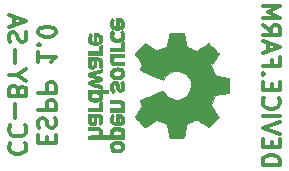
<source format=gbr>
G04 #@! TF.FileFunction,Legend,Bot*
%FSLAX46Y46*%
G04 Gerber Fmt 4.6, Leading zero omitted, Abs format (unit mm)*
G04 Created by KiCad (PCBNEW 4.0.7-e2-6376~58~ubuntu16.04.1) date Sun Mar  4 02:19:13 2018*
%MOMM*%
%LPD*%
G01*
G04 APERTURE LIST*
%ADD10C,0.100000*%
%ADD11C,0.300000*%
%ADD12C,0.010000*%
G04 APERTURE END LIST*
D10*
D11*
X139964286Y-116892856D02*
X139892857Y-116964285D01*
X139821429Y-117178571D01*
X139821429Y-117321428D01*
X139892857Y-117535713D01*
X140035714Y-117678571D01*
X140178571Y-117749999D01*
X140464286Y-117821428D01*
X140678571Y-117821428D01*
X140964286Y-117749999D01*
X141107143Y-117678571D01*
X141250000Y-117535713D01*
X141321429Y-117321428D01*
X141321429Y-117178571D01*
X141250000Y-116964285D01*
X141178571Y-116892856D01*
X139964286Y-115392856D02*
X139892857Y-115464285D01*
X139821429Y-115678571D01*
X139821429Y-115821428D01*
X139892857Y-116035713D01*
X140035714Y-116178571D01*
X140178571Y-116249999D01*
X140464286Y-116321428D01*
X140678571Y-116321428D01*
X140964286Y-116249999D01*
X141107143Y-116178571D01*
X141250000Y-116035713D01*
X141321429Y-115821428D01*
X141321429Y-115678571D01*
X141250000Y-115464285D01*
X141178571Y-115392856D01*
X140392857Y-114749999D02*
X140392857Y-113607142D01*
X140607143Y-112392856D02*
X140535714Y-112178570D01*
X140464286Y-112107142D01*
X140321429Y-112035713D01*
X140107143Y-112035713D01*
X139964286Y-112107142D01*
X139892857Y-112178570D01*
X139821429Y-112321428D01*
X139821429Y-112892856D01*
X141321429Y-112892856D01*
X141321429Y-112392856D01*
X141250000Y-112249999D01*
X141178571Y-112178570D01*
X141035714Y-112107142D01*
X140892857Y-112107142D01*
X140750000Y-112178570D01*
X140678571Y-112249999D01*
X140607143Y-112392856D01*
X140607143Y-112892856D01*
X140535714Y-111107142D02*
X139821429Y-111107142D01*
X141321429Y-111607142D02*
X140535714Y-111107142D01*
X141321429Y-110607142D01*
X140392857Y-110107142D02*
X140392857Y-108964285D01*
X139892857Y-108321428D02*
X139821429Y-108107142D01*
X139821429Y-107749999D01*
X139892857Y-107607142D01*
X139964286Y-107535713D01*
X140107143Y-107464285D01*
X140250000Y-107464285D01*
X140392857Y-107535713D01*
X140464286Y-107607142D01*
X140535714Y-107749999D01*
X140607143Y-108035713D01*
X140678571Y-108178571D01*
X140750000Y-108249999D01*
X140892857Y-108321428D01*
X141035714Y-108321428D01*
X141178571Y-108249999D01*
X141250000Y-108178571D01*
X141321429Y-108035713D01*
X141321429Y-107678571D01*
X141250000Y-107464285D01*
X140250000Y-106892857D02*
X140250000Y-106178571D01*
X139821429Y-107035714D02*
X141321429Y-106535714D01*
X139821429Y-106035714D01*
X143107143Y-116892856D02*
X143107143Y-116392856D01*
X142321429Y-116178570D02*
X142321429Y-116892856D01*
X143821429Y-116892856D01*
X143821429Y-116178570D01*
X142392857Y-115607142D02*
X142321429Y-115392856D01*
X142321429Y-115035713D01*
X142392857Y-114892856D01*
X142464286Y-114821427D01*
X142607143Y-114749999D01*
X142750000Y-114749999D01*
X142892857Y-114821427D01*
X142964286Y-114892856D01*
X143035714Y-115035713D01*
X143107143Y-115321427D01*
X143178571Y-115464285D01*
X143250000Y-115535713D01*
X143392857Y-115607142D01*
X143535714Y-115607142D01*
X143678571Y-115535713D01*
X143750000Y-115464285D01*
X143821429Y-115321427D01*
X143821429Y-114964285D01*
X143750000Y-114749999D01*
X142321429Y-114107142D02*
X143821429Y-114107142D01*
X143821429Y-113535714D01*
X143750000Y-113392856D01*
X143678571Y-113321428D01*
X143535714Y-113249999D01*
X143321429Y-113249999D01*
X143178571Y-113321428D01*
X143107143Y-113392856D01*
X143035714Y-113535714D01*
X143035714Y-114107142D01*
X142321429Y-112607142D02*
X143821429Y-112607142D01*
X143821429Y-112035714D01*
X143750000Y-111892856D01*
X143678571Y-111821428D01*
X143535714Y-111749999D01*
X143321429Y-111749999D01*
X143178571Y-111821428D01*
X143107143Y-111892856D01*
X143035714Y-112035714D01*
X143035714Y-112607142D01*
X142321429Y-109178571D02*
X142321429Y-110035714D01*
X142321429Y-109607142D02*
X143821429Y-109607142D01*
X143607143Y-109749999D01*
X143464286Y-109892857D01*
X143392857Y-110035714D01*
X142464286Y-108535714D02*
X142392857Y-108464286D01*
X142321429Y-108535714D01*
X142392857Y-108607143D01*
X142464286Y-108535714D01*
X142321429Y-108535714D01*
X143821429Y-107535714D02*
X143821429Y-107392857D01*
X143750000Y-107250000D01*
X143678571Y-107178571D01*
X143535714Y-107107142D01*
X143250000Y-107035714D01*
X142892857Y-107035714D01*
X142607143Y-107107142D01*
X142464286Y-107178571D01*
X142392857Y-107250000D01*
X142321429Y-107392857D01*
X142321429Y-107535714D01*
X142392857Y-107678571D01*
X142464286Y-107750000D01*
X142607143Y-107821428D01*
X142892857Y-107892857D01*
X143250000Y-107892857D01*
X143535714Y-107821428D01*
X143678571Y-107750000D01*
X143750000Y-107678571D01*
X143821429Y-107535714D01*
X161321429Y-118750000D02*
X162821429Y-118750000D01*
X162821429Y-118392857D01*
X162750000Y-118178572D01*
X162607143Y-118035714D01*
X162464286Y-117964286D01*
X162178571Y-117892857D01*
X161964286Y-117892857D01*
X161678571Y-117964286D01*
X161535714Y-118035714D01*
X161392857Y-118178572D01*
X161321429Y-118392857D01*
X161321429Y-118750000D01*
X162107143Y-117250000D02*
X162107143Y-116750000D01*
X161321429Y-116535714D02*
X161321429Y-117250000D01*
X162821429Y-117250000D01*
X162821429Y-116535714D01*
X162821429Y-116107143D02*
X161321429Y-115607143D01*
X162821429Y-115107143D01*
X161321429Y-114607143D02*
X162821429Y-114607143D01*
X161464286Y-113035714D02*
X161392857Y-113107143D01*
X161321429Y-113321429D01*
X161321429Y-113464286D01*
X161392857Y-113678571D01*
X161535714Y-113821429D01*
X161678571Y-113892857D01*
X161964286Y-113964286D01*
X162178571Y-113964286D01*
X162464286Y-113892857D01*
X162607143Y-113821429D01*
X162750000Y-113678571D01*
X162821429Y-113464286D01*
X162821429Y-113321429D01*
X162750000Y-113107143D01*
X162678571Y-113035714D01*
X162107143Y-112392857D02*
X162107143Y-111892857D01*
X161321429Y-111678571D02*
X161321429Y-112392857D01*
X162821429Y-112392857D01*
X162821429Y-111678571D01*
X161464286Y-111035714D02*
X161392857Y-110964286D01*
X161321429Y-111035714D01*
X161392857Y-111107143D01*
X161464286Y-111035714D01*
X161321429Y-111035714D01*
X162107143Y-109821428D02*
X162107143Y-110321428D01*
X161321429Y-110321428D02*
X162821429Y-110321428D01*
X162821429Y-109607142D01*
X161750000Y-109107143D02*
X161750000Y-108392857D01*
X161321429Y-109250000D02*
X162821429Y-108750000D01*
X161321429Y-108250000D01*
X161321429Y-106892857D02*
X162035714Y-107392857D01*
X161321429Y-107750000D02*
X162821429Y-107750000D01*
X162821429Y-107178572D01*
X162750000Y-107035714D01*
X162678571Y-106964286D01*
X162535714Y-106892857D01*
X162321429Y-106892857D01*
X162178571Y-106964286D01*
X162107143Y-107035714D01*
X162035714Y-107178572D01*
X162035714Y-107750000D01*
X161321429Y-106250000D02*
X162821429Y-106250000D01*
X161750000Y-105750000D01*
X162821429Y-105250000D01*
X161321429Y-105250000D01*
D12*
G36*
X149590440Y-115780091D02*
X149564501Y-115727588D01*
X149519300Y-115662842D01*
X149470009Y-115615653D01*
X149408115Y-115583335D01*
X149325104Y-115563203D01*
X149212462Y-115552570D01*
X149061676Y-115548753D01*
X148996851Y-115548530D01*
X148854779Y-115549182D01*
X148753243Y-115551888D01*
X148682985Y-115557776D01*
X148634744Y-115567973D01*
X148599262Y-115583606D01*
X148575057Y-115599872D01*
X148472071Y-115703705D01*
X148410126Y-115825979D01*
X148391494Y-115957886D01*
X148418451Y-116090616D01*
X148437514Y-116132667D01*
X148489985Y-116233334D01*
X147667741Y-116233334D01*
X147705733Y-116159865D01*
X147735128Y-116063059D01*
X147742658Y-115944072D01*
X147728755Y-115825255D01*
X147697524Y-115735527D01*
X147638046Y-115661101D01*
X147552934Y-115597510D01*
X147544195Y-115592729D01*
X147503034Y-115572563D01*
X147461546Y-115557835D01*
X147411287Y-115547697D01*
X147343816Y-115541301D01*
X147250691Y-115537799D01*
X147123469Y-115536342D01*
X146980299Y-115536079D01*
X146523529Y-115536079D01*
X146523529Y-115810000D01*
X147365769Y-115810000D01*
X147430237Y-115886617D01*
X147481806Y-115966207D01*
X147491182Y-116041578D01*
X147467053Y-116117367D01*
X147443426Y-116157759D01*
X147409773Y-116187821D01*
X147358913Y-116209203D01*
X147283666Y-116223550D01*
X147176854Y-116232510D01*
X147031296Y-116237730D01*
X146934412Y-116239569D01*
X146535980Y-116245785D01*
X146528453Y-116376520D01*
X146520927Y-116507255D01*
X148993418Y-116507255D01*
X148993418Y-116233334D01*
X148855577Y-116226350D01*
X148759893Y-116202818D01*
X148700359Y-116158865D01*
X148670971Y-116090618D01*
X148665098Y-116021667D01*
X148671846Y-115943614D01*
X148698406Y-115891811D01*
X148733501Y-115859417D01*
X148771248Y-115833916D01*
X148813300Y-115818735D01*
X148872221Y-115811981D01*
X148960572Y-115811759D01*
X149034552Y-115814032D01*
X149146000Y-115819251D01*
X149219167Y-115827021D01*
X149265578Y-115840105D01*
X149296756Y-115861268D01*
X149314777Y-115881240D01*
X149354075Y-115964686D01*
X149360421Y-116063449D01*
X149346884Y-116120159D01*
X149298767Y-116176308D01*
X149205167Y-116213501D01*
X149066746Y-116231528D01*
X148993418Y-116233334D01*
X148993418Y-116507255D01*
X149611372Y-116507255D01*
X149611372Y-116370295D01*
X149608121Y-116288065D01*
X149596574Y-116245640D01*
X149574048Y-116233339D01*
X149573380Y-116233334D01*
X149551319Y-116227626D01*
X149553824Y-116202453D01*
X149578065Y-116152402D01*
X149615149Y-116035781D01*
X149619047Y-115904571D01*
X149590440Y-115780091D01*
X149590440Y-115780091D01*
G37*
X149590440Y-115780091D02*
X149564501Y-115727588D01*
X149519300Y-115662842D01*
X149470009Y-115615653D01*
X149408115Y-115583335D01*
X149325104Y-115563203D01*
X149212462Y-115552570D01*
X149061676Y-115548753D01*
X148996851Y-115548530D01*
X148854779Y-115549182D01*
X148753243Y-115551888D01*
X148682985Y-115557776D01*
X148634744Y-115567973D01*
X148599262Y-115583606D01*
X148575057Y-115599872D01*
X148472071Y-115703705D01*
X148410126Y-115825979D01*
X148391494Y-115957886D01*
X148418451Y-116090616D01*
X148437514Y-116132667D01*
X148489985Y-116233334D01*
X147667741Y-116233334D01*
X147705733Y-116159865D01*
X147735128Y-116063059D01*
X147742658Y-115944072D01*
X147728755Y-115825255D01*
X147697524Y-115735527D01*
X147638046Y-115661101D01*
X147552934Y-115597510D01*
X147544195Y-115592729D01*
X147503034Y-115572563D01*
X147461546Y-115557835D01*
X147411287Y-115547697D01*
X147343816Y-115541301D01*
X147250691Y-115537799D01*
X147123469Y-115536342D01*
X146980299Y-115536079D01*
X146523529Y-115536079D01*
X146523529Y-115810000D01*
X147365769Y-115810000D01*
X147430237Y-115886617D01*
X147481806Y-115966207D01*
X147491182Y-116041578D01*
X147467053Y-116117367D01*
X147443426Y-116157759D01*
X147409773Y-116187821D01*
X147358913Y-116209203D01*
X147283666Y-116223550D01*
X147176854Y-116232510D01*
X147031296Y-116237730D01*
X146934412Y-116239569D01*
X146535980Y-116245785D01*
X146528453Y-116376520D01*
X146520927Y-116507255D01*
X148993418Y-116507255D01*
X148993418Y-116233334D01*
X148855577Y-116226350D01*
X148759893Y-116202818D01*
X148700359Y-116158865D01*
X148670971Y-116090618D01*
X148665098Y-116021667D01*
X148671846Y-115943614D01*
X148698406Y-115891811D01*
X148733501Y-115859417D01*
X148771248Y-115833916D01*
X148813300Y-115818735D01*
X148872221Y-115811981D01*
X148960572Y-115811759D01*
X149034552Y-115814032D01*
X149146000Y-115819251D01*
X149219167Y-115827021D01*
X149265578Y-115840105D01*
X149296756Y-115861268D01*
X149314777Y-115881240D01*
X149354075Y-115964686D01*
X149360421Y-116063449D01*
X149346884Y-116120159D01*
X149298767Y-116176308D01*
X149205167Y-116213501D01*
X149066746Y-116231528D01*
X148993418Y-116233334D01*
X148993418Y-116507255D01*
X149611372Y-116507255D01*
X149611372Y-116370295D01*
X149608121Y-116288065D01*
X149596574Y-116245640D01*
X149574048Y-116233339D01*
X149573380Y-116233334D01*
X149551319Y-116227626D01*
X149553824Y-116202453D01*
X149578065Y-116152402D01*
X149615149Y-116035781D01*
X149619047Y-115904571D01*
X149590440Y-115780091D01*
G36*
X147734078Y-114741280D02*
X147702820Y-114624130D01*
X147646163Y-114534949D01*
X147571955Y-114472016D01*
X147540284Y-114452452D01*
X147507109Y-114438008D01*
X147464671Y-114427911D01*
X147405212Y-114421385D01*
X147320971Y-114417658D01*
X147204190Y-114415954D01*
X147047110Y-114415500D01*
X147005435Y-114415491D01*
X146523529Y-114415491D01*
X146523529Y-114535020D01*
X146528869Y-114611261D01*
X146542396Y-114667634D01*
X146550738Y-114681758D01*
X146565136Y-114720370D01*
X146550738Y-114759808D01*
X146532763Y-114824738D01*
X146525528Y-114919055D01*
X146528667Y-115023593D01*
X146541814Y-115119189D01*
X146558682Y-115175000D01*
X146628014Y-115283002D01*
X146724228Y-115350497D01*
X146852156Y-115380841D01*
X146855441Y-115381123D01*
X146912192Y-115378460D01*
X146912192Y-115137647D01*
X146847642Y-115116595D01*
X146811314Y-115082303D01*
X146783838Y-115013468D01*
X146772871Y-114922610D01*
X146778269Y-114829958D01*
X146799890Y-114755744D01*
X146813761Y-114734951D01*
X146877857Y-114698619D01*
X146950722Y-114689412D01*
X147046470Y-114689412D01*
X147046470Y-114827173D01*
X147036395Y-114958047D01*
X147007852Y-115057259D01*
X146963361Y-115118977D01*
X146912192Y-115137647D01*
X146912192Y-115378460D01*
X146995210Y-115374564D01*
X147105718Y-115328466D01*
X147189288Y-115241800D01*
X147196890Y-115229821D01*
X147221643Y-115178345D01*
X147236632Y-115114632D01*
X147243918Y-115025565D01*
X147245593Y-114919755D01*
X147245686Y-114689412D01*
X147342245Y-114689412D01*
X147417164Y-114699183D01*
X147467356Y-114724116D01*
X147470028Y-114727035D01*
X147491985Y-114782519D01*
X147500495Y-114866273D01*
X147496313Y-114958833D01*
X147480191Y-115040730D01*
X147456010Y-115089327D01*
X147436641Y-115115659D01*
X147432943Y-115143465D01*
X147448812Y-115181839D01*
X147488145Y-115239875D01*
X147554836Y-115326669D01*
X147561084Y-115334635D01*
X147584200Y-115330553D01*
X147622648Y-115296499D01*
X147665373Y-115244740D01*
X147701321Y-115187545D01*
X147709809Y-115169575D01*
X147726748Y-115104028D01*
X147738830Y-115007980D01*
X147743677Y-114900671D01*
X147743687Y-114895653D01*
X147734078Y-114741280D01*
X147734078Y-114741280D01*
G37*
X147734078Y-114741280D02*
X147702820Y-114624130D01*
X147646163Y-114534949D01*
X147571955Y-114472016D01*
X147540284Y-114452452D01*
X147507109Y-114438008D01*
X147464671Y-114427911D01*
X147405212Y-114421385D01*
X147320971Y-114417658D01*
X147204190Y-114415954D01*
X147047110Y-114415500D01*
X147005435Y-114415491D01*
X146523529Y-114415491D01*
X146523529Y-114535020D01*
X146528869Y-114611261D01*
X146542396Y-114667634D01*
X146550738Y-114681758D01*
X146565136Y-114720370D01*
X146550738Y-114759808D01*
X146532763Y-114824738D01*
X146525528Y-114919055D01*
X146528667Y-115023593D01*
X146541814Y-115119189D01*
X146558682Y-115175000D01*
X146628014Y-115283002D01*
X146724228Y-115350497D01*
X146852156Y-115380841D01*
X146855441Y-115381123D01*
X146912192Y-115378460D01*
X146912192Y-115137647D01*
X146847642Y-115116595D01*
X146811314Y-115082303D01*
X146783838Y-115013468D01*
X146772871Y-114922610D01*
X146778269Y-114829958D01*
X146799890Y-114755744D01*
X146813761Y-114734951D01*
X146877857Y-114698619D01*
X146950722Y-114689412D01*
X147046470Y-114689412D01*
X147046470Y-114827173D01*
X147036395Y-114958047D01*
X147007852Y-115057259D01*
X146963361Y-115118977D01*
X146912192Y-115137647D01*
X146912192Y-115378460D01*
X146995210Y-115374564D01*
X147105718Y-115328466D01*
X147189288Y-115241800D01*
X147196890Y-115229821D01*
X147221643Y-115178345D01*
X147236632Y-115114632D01*
X147243918Y-115025565D01*
X147245593Y-114919755D01*
X147245686Y-114689412D01*
X147342245Y-114689412D01*
X147417164Y-114699183D01*
X147467356Y-114724116D01*
X147470028Y-114727035D01*
X147491985Y-114782519D01*
X147500495Y-114866273D01*
X147496313Y-114958833D01*
X147480191Y-115040730D01*
X147456010Y-115089327D01*
X147436641Y-115115659D01*
X147432943Y-115143465D01*
X147448812Y-115181839D01*
X147488145Y-115239875D01*
X147554836Y-115326669D01*
X147561084Y-115334635D01*
X147584200Y-115330553D01*
X147622648Y-115296499D01*
X147665373Y-115244740D01*
X147701321Y-115187545D01*
X147709809Y-115169575D01*
X147726748Y-115104028D01*
X147738830Y-115007980D01*
X147743677Y-114900671D01*
X147743687Y-114895653D01*
X147734078Y-114741280D01*
G36*
X147741079Y-113967236D02*
X147729909Y-113929970D01*
X147705367Y-113917957D01*
X147694288Y-113917451D01*
X147663428Y-113915296D01*
X147658583Y-113900449D01*
X147679740Y-113860343D01*
X147694194Y-113836520D01*
X147725150Y-113761362D01*
X147740456Y-113671594D01*
X147741633Y-113577471D01*
X147730201Y-113489246D01*
X147707680Y-113417174D01*
X147675591Y-113371508D01*
X147635455Y-113362502D01*
X147624585Y-113367047D01*
X147579466Y-113400179D01*
X147523974Y-113451555D01*
X147515004Y-113460848D01*
X147473755Y-113509818D01*
X147460428Y-113552069D01*
X147469729Y-113611159D01*
X147475910Y-113634831D01*
X147490754Y-113708496D01*
X147484079Y-113760290D01*
X147460535Y-113804031D01*
X147428939Y-113844098D01*
X147389202Y-113873608D01*
X147333748Y-113894116D01*
X147254997Y-113907176D01*
X147145371Y-113914344D01*
X146997294Y-113917176D01*
X146907889Y-113917451D01*
X146523529Y-113917451D01*
X146523529Y-114166471D01*
X147743725Y-114166471D01*
X147743725Y-114041961D01*
X147741079Y-113967236D01*
X147741079Y-113967236D01*
G37*
X147741079Y-113967236D02*
X147729909Y-113929970D01*
X147705367Y-113917957D01*
X147694288Y-113917451D01*
X147663428Y-113915296D01*
X147658583Y-113900449D01*
X147679740Y-113860343D01*
X147694194Y-113836520D01*
X147725150Y-113761362D01*
X147740456Y-113671594D01*
X147741633Y-113577471D01*
X147730201Y-113489246D01*
X147707680Y-113417174D01*
X147675591Y-113371508D01*
X147635455Y-113362502D01*
X147624585Y-113367047D01*
X147579466Y-113400179D01*
X147523974Y-113451555D01*
X147515004Y-113460848D01*
X147473755Y-113509818D01*
X147460428Y-113552069D01*
X147469729Y-113611159D01*
X147475910Y-113634831D01*
X147490754Y-113708496D01*
X147484079Y-113760290D01*
X147460535Y-113804031D01*
X147428939Y-113844098D01*
X147389202Y-113873608D01*
X147333748Y-113894116D01*
X147254997Y-113907176D01*
X147145371Y-113914344D01*
X146997294Y-113917176D01*
X146907889Y-113917451D01*
X146523529Y-113917451D01*
X146523529Y-114166471D01*
X147743725Y-114166471D01*
X147743725Y-114041961D01*
X147741079Y-113967236D01*
G36*
X146523529Y-112398432D02*
X146523529Y-112535393D01*
X146525860Y-112614889D01*
X146535512Y-112656292D01*
X146556475Y-112671199D01*
X146570649Y-112672353D01*
X146599073Y-112674867D01*
X146604525Y-112690720D01*
X146587002Y-112732379D01*
X146570649Y-112764776D01*
X146531897Y-112889151D01*
X146529654Y-113024354D01*
X146558556Y-113134274D01*
X146628381Y-113236634D01*
X146731445Y-113314660D01*
X146853011Y-113357386D01*
X146859808Y-113358474D01*
X146933968Y-113364822D01*
X147040430Y-113367979D01*
X147120948Y-113367725D01*
X147120948Y-113095711D01*
X147013930Y-113089410D01*
X146925722Y-113075075D01*
X146875910Y-113055669D01*
X146807838Y-112982254D01*
X146783436Y-112895086D01*
X146803169Y-112805196D01*
X146862032Y-112728383D01*
X146901621Y-112699292D01*
X146948862Y-112682283D01*
X147017819Y-112674316D01*
X147121393Y-112672353D01*
X147223961Y-112675866D01*
X147314079Y-112685143D01*
X147374387Y-112698294D01*
X147379792Y-112700486D01*
X147444060Y-112753522D01*
X147479344Y-112830933D01*
X147485041Y-112917546D01*
X147460547Y-112998193D01*
X147405258Y-113057703D01*
X147394257Y-113063876D01*
X147327173Y-113083199D01*
X147230716Y-113093726D01*
X147120948Y-113095711D01*
X147120948Y-113367725D01*
X147161775Y-113367596D01*
X147227082Y-113365806D01*
X147388645Y-113353627D01*
X147509947Y-113328315D01*
X147599621Y-113286207D01*
X147666301Y-113223641D01*
X147705443Y-113162900D01*
X147732960Y-113078036D01*
X147742397Y-112972485D01*
X147734710Y-112864402D01*
X147710854Y-112771942D01*
X147682315Y-112723090D01*
X147636399Y-112672353D01*
X148216863Y-112672353D01*
X148216863Y-112398432D01*
X146523529Y-112398432D01*
X146523529Y-112398432D01*
G37*
X146523529Y-112398432D02*
X146523529Y-112535393D01*
X146525860Y-112614889D01*
X146535512Y-112656292D01*
X146556475Y-112671199D01*
X146570649Y-112672353D01*
X146599073Y-112674867D01*
X146604525Y-112690720D01*
X146587002Y-112732379D01*
X146570649Y-112764776D01*
X146531897Y-112889151D01*
X146529654Y-113024354D01*
X146558556Y-113134274D01*
X146628381Y-113236634D01*
X146731445Y-113314660D01*
X146853011Y-113357386D01*
X146859808Y-113358474D01*
X146933968Y-113364822D01*
X147040430Y-113367979D01*
X147120948Y-113367725D01*
X147120948Y-113095711D01*
X147013930Y-113089410D01*
X146925722Y-113075075D01*
X146875910Y-113055669D01*
X146807838Y-112982254D01*
X146783436Y-112895086D01*
X146803169Y-112805196D01*
X146862032Y-112728383D01*
X146901621Y-112699292D01*
X146948862Y-112682283D01*
X147017819Y-112674316D01*
X147121393Y-112672353D01*
X147223961Y-112675866D01*
X147314079Y-112685143D01*
X147374387Y-112698294D01*
X147379792Y-112700486D01*
X147444060Y-112753522D01*
X147479344Y-112830933D01*
X147485041Y-112917546D01*
X147460547Y-112998193D01*
X147405258Y-113057703D01*
X147394257Y-113063876D01*
X147327173Y-113083199D01*
X147230716Y-113093726D01*
X147120948Y-113095711D01*
X147120948Y-113367725D01*
X147161775Y-113367596D01*
X147227082Y-113365806D01*
X147388645Y-113353627D01*
X147509947Y-113328315D01*
X147599621Y-113286207D01*
X147666301Y-113223641D01*
X147705443Y-113162900D01*
X147732960Y-113078036D01*
X147742397Y-112972485D01*
X147734710Y-112864402D01*
X147710854Y-112771942D01*
X147682315Y-112723090D01*
X147636399Y-112672353D01*
X148216863Y-112672353D01*
X148216863Y-112398432D01*
X146523529Y-112398432D01*
G36*
X147738668Y-111442472D02*
X147731274Y-111343986D01*
X147345294Y-111215224D01*
X146959314Y-111086463D01*
X147096274Y-111046089D01*
X147180917Y-111021793D01*
X147295303Y-110989833D01*
X147421037Y-110955321D01*
X147488480Y-110937072D01*
X147743725Y-110868429D01*
X147743725Y-110585227D01*
X147476029Y-110669878D01*
X147344362Y-110711565D01*
X147185542Y-110761926D01*
X147019872Y-110814519D01*
X146872157Y-110861470D01*
X146535980Y-110968411D01*
X146520956Y-111199339D01*
X146727684Y-111261950D01*
X146856104Y-111300562D01*
X146997678Y-111342700D01*
X147122715Y-111379528D01*
X147127691Y-111380982D01*
X147212414Y-111408489D01*
X147270222Y-111432758D01*
X147292082Y-111449757D01*
X147289554Y-111453250D01*
X147255664Y-111465510D01*
X147183070Y-111488805D01*
X147080899Y-111520300D01*
X146958280Y-111557158D01*
X146890833Y-111577101D01*
X146523529Y-111685105D01*
X146523529Y-111914321D01*
X147102500Y-112097561D01*
X147264909Y-112149037D01*
X147412398Y-112195930D01*
X147538040Y-112236023D01*
X147634905Y-112267103D01*
X147696066Y-112286955D01*
X147713935Y-112292989D01*
X147732232Y-112288212D01*
X147740245Y-112250703D01*
X147739443Y-112172645D01*
X147738837Y-112160426D01*
X147731274Y-112015674D01*
X147382647Y-111920870D01*
X147255503Y-111886023D01*
X147143735Y-111854883D01*
X147057047Y-111830191D01*
X147005144Y-111814688D01*
X146996682Y-111811824D01*
X147006413Y-111799954D01*
X147056828Y-111776017D01*
X147141065Y-111742761D01*
X147252259Y-111702936D01*
X147352703Y-111669270D01*
X147746061Y-111540959D01*
X147738668Y-111442472D01*
X147738668Y-111442472D01*
G37*
X147738668Y-111442472D02*
X147731274Y-111343986D01*
X147345294Y-111215224D01*
X146959314Y-111086463D01*
X147096274Y-111046089D01*
X147180917Y-111021793D01*
X147295303Y-110989833D01*
X147421037Y-110955321D01*
X147488480Y-110937072D01*
X147743725Y-110868429D01*
X147743725Y-110585227D01*
X147476029Y-110669878D01*
X147344362Y-110711565D01*
X147185542Y-110761926D01*
X147019872Y-110814519D01*
X146872157Y-110861470D01*
X146535980Y-110968411D01*
X146520956Y-111199339D01*
X146727684Y-111261950D01*
X146856104Y-111300562D01*
X146997678Y-111342700D01*
X147122715Y-111379528D01*
X147127691Y-111380982D01*
X147212414Y-111408489D01*
X147270222Y-111432758D01*
X147292082Y-111449757D01*
X147289554Y-111453250D01*
X147255664Y-111465510D01*
X147183070Y-111488805D01*
X147080899Y-111520300D01*
X146958280Y-111557158D01*
X146890833Y-111577101D01*
X146523529Y-111685105D01*
X146523529Y-111914321D01*
X147102500Y-112097561D01*
X147264909Y-112149037D01*
X147412398Y-112195930D01*
X147538040Y-112236023D01*
X147634905Y-112267103D01*
X147696066Y-112286955D01*
X147713935Y-112292989D01*
X147732232Y-112288212D01*
X147740245Y-112250703D01*
X147739443Y-112172645D01*
X147738837Y-112160426D01*
X147731274Y-112015674D01*
X147382647Y-111920870D01*
X147255503Y-111886023D01*
X147143735Y-111854883D01*
X147057047Y-111830191D01*
X147005144Y-111814688D01*
X146996682Y-111811824D01*
X147006413Y-111799954D01*
X147056828Y-111776017D01*
X147141065Y-111742761D01*
X147252259Y-111702936D01*
X147352703Y-111669270D01*
X147746061Y-111540959D01*
X147738668Y-111442472D01*
G36*
X147736331Y-109943541D02*
X147710837Y-109838580D01*
X147697331Y-109808239D01*
X147661954Y-109749427D01*
X147622110Y-109704291D01*
X147570880Y-109670894D01*
X147501346Y-109647299D01*
X147406591Y-109631567D01*
X147279695Y-109621761D01*
X147113742Y-109615943D01*
X147002892Y-109613734D01*
X146523529Y-109605604D01*
X146523529Y-109744469D01*
X146527062Y-109828713D01*
X146539134Y-109872116D01*
X146559406Y-109883334D01*
X146581326Y-109889256D01*
X146577135Y-109915734D01*
X146559559Y-109951814D01*
X146532618Y-110042138D01*
X146525358Y-110158223D01*
X146537233Y-110280320D01*
X146567695Y-110388679D01*
X146571923Y-110398398D01*
X146641495Y-110497432D01*
X146738211Y-110562719D01*
X146851262Y-110592760D01*
X146891878Y-110590465D01*
X146891878Y-110345367D01*
X146837218Y-110323771D01*
X146798048Y-110259741D01*
X146777026Y-110156435D01*
X146774234Y-110101226D01*
X146781380Y-110009218D01*
X146809152Y-109948059D01*
X146822353Y-109933138D01*
X146894171Y-109892713D01*
X146959314Y-109883334D01*
X147046470Y-109883334D01*
X147046470Y-110004731D01*
X147039278Y-110145847D01*
X147016655Y-110244827D01*
X146977036Y-110307367D01*
X146959372Y-110321369D01*
X146891878Y-110345367D01*
X146891878Y-110590465D01*
X146969843Y-110586059D01*
X147083145Y-110541120D01*
X147159715Y-110479804D01*
X147192819Y-110442668D01*
X147214575Y-110406313D01*
X147227839Y-110359010D01*
X147235472Y-110289027D01*
X147240330Y-110184636D01*
X147241727Y-110143230D01*
X147250220Y-109883334D01*
X147328884Y-109883715D01*
X147411572Y-109893781D01*
X147461569Y-109930171D01*
X147493511Y-110003689D01*
X147494080Y-110005661D01*
X147506639Y-110109895D01*
X147490234Y-110211892D01*
X147450343Y-110287695D01*
X147430646Y-110318110D01*
X147433371Y-110350868D01*
X147461909Y-110401279D01*
X147482050Y-110430881D01*
X147525081Y-110488782D01*
X147557338Y-110524648D01*
X147566573Y-110530403D01*
X147614364Y-110506705D01*
X147671438Y-110436687D01*
X147690695Y-110406275D01*
X147723860Y-110318845D01*
X147742650Y-110201017D01*
X147746871Y-110070134D01*
X147736331Y-109943541D01*
X147736331Y-109943541D01*
G37*
X147736331Y-109943541D02*
X147710837Y-109838580D01*
X147697331Y-109808239D01*
X147661954Y-109749427D01*
X147622110Y-109704291D01*
X147570880Y-109670894D01*
X147501346Y-109647299D01*
X147406591Y-109631567D01*
X147279695Y-109621761D01*
X147113742Y-109615943D01*
X147002892Y-109613734D01*
X146523529Y-109605604D01*
X146523529Y-109744469D01*
X146527062Y-109828713D01*
X146539134Y-109872116D01*
X146559406Y-109883334D01*
X146581326Y-109889256D01*
X146577135Y-109915734D01*
X146559559Y-109951814D01*
X146532618Y-110042138D01*
X146525358Y-110158223D01*
X146537233Y-110280320D01*
X146567695Y-110388679D01*
X146571923Y-110398398D01*
X146641495Y-110497432D01*
X146738211Y-110562719D01*
X146851262Y-110592760D01*
X146891878Y-110590465D01*
X146891878Y-110345367D01*
X146837218Y-110323771D01*
X146798048Y-110259741D01*
X146777026Y-110156435D01*
X146774234Y-110101226D01*
X146781380Y-110009218D01*
X146809152Y-109948059D01*
X146822353Y-109933138D01*
X146894171Y-109892713D01*
X146959314Y-109883334D01*
X147046470Y-109883334D01*
X147046470Y-110004731D01*
X147039278Y-110145847D01*
X147016655Y-110244827D01*
X146977036Y-110307367D01*
X146959372Y-110321369D01*
X146891878Y-110345367D01*
X146891878Y-110590465D01*
X146969843Y-110586059D01*
X147083145Y-110541120D01*
X147159715Y-110479804D01*
X147192819Y-110442668D01*
X147214575Y-110406313D01*
X147227839Y-110359010D01*
X147235472Y-110289027D01*
X147240330Y-110184636D01*
X147241727Y-110143230D01*
X147250220Y-109883334D01*
X147328884Y-109883715D01*
X147411572Y-109893781D01*
X147461569Y-109930171D01*
X147493511Y-110003689D01*
X147494080Y-110005661D01*
X147506639Y-110109895D01*
X147490234Y-110211892D01*
X147450343Y-110287695D01*
X147430646Y-110318110D01*
X147433371Y-110350868D01*
X147461909Y-110401279D01*
X147482050Y-110430881D01*
X147525081Y-110488782D01*
X147557338Y-110524648D01*
X147566573Y-110530403D01*
X147614364Y-110506705D01*
X147671438Y-110436687D01*
X147690695Y-110406275D01*
X147723860Y-110318845D01*
X147742650Y-110201017D01*
X147746871Y-110070134D01*
X147736331Y-109943541D01*
G36*
X147744117Y-108761554D02*
X147725245Y-108665823D01*
X147697301Y-108611323D01*
X147650877Y-108553992D01*
X147547889Y-108635559D01*
X147485521Y-108685850D01*
X147455093Y-108719999D01*
X147450445Y-108753937D01*
X147465414Y-108803594D01*
X147473883Y-108826904D01*
X147486378Y-108921937D01*
X147459594Y-109008968D01*
X147399085Y-109072862D01*
X147379792Y-109083241D01*
X147328686Y-109094544D01*
X147234500Y-109103268D01*
X147103911Y-109109003D01*
X146943595Y-109111340D01*
X146920789Y-109111373D01*
X146523529Y-109111373D01*
X146523529Y-109385295D01*
X147743725Y-109385295D01*
X147743725Y-109248334D01*
X147741663Y-109169362D01*
X147732487Y-109128221D01*
X147711710Y-109113008D01*
X147692114Y-109111373D01*
X147640503Y-109111373D01*
X147692114Y-109045760D01*
X147727325Y-108970525D01*
X147744735Y-108869456D01*
X147744117Y-108761554D01*
X147744117Y-108761554D01*
G37*
X147744117Y-108761554D02*
X147725245Y-108665823D01*
X147697301Y-108611323D01*
X147650877Y-108553992D01*
X147547889Y-108635559D01*
X147485521Y-108685850D01*
X147455093Y-108719999D01*
X147450445Y-108753937D01*
X147465414Y-108803594D01*
X147473883Y-108826904D01*
X147486378Y-108921937D01*
X147459594Y-109008968D01*
X147399085Y-109072862D01*
X147379792Y-109083241D01*
X147328686Y-109094544D01*
X147234500Y-109103268D01*
X147103911Y-109109003D01*
X146943595Y-109111340D01*
X146920789Y-109111373D01*
X146523529Y-109111373D01*
X146523529Y-109385295D01*
X147743725Y-109385295D01*
X147743725Y-109248334D01*
X147741663Y-109169362D01*
X147732487Y-109128221D01*
X147711710Y-109113008D01*
X147692114Y-109111373D01*
X147640503Y-109111373D01*
X147692114Y-109045760D01*
X147727325Y-108970525D01*
X147744735Y-108869456D01*
X147744117Y-108761554D01*
G36*
X147737216Y-107974693D02*
X147706269Y-107855663D01*
X147642400Y-107755979D01*
X147594687Y-107707712D01*
X147481894Y-107628592D01*
X147351050Y-107583248D01*
X147190208Y-107567670D01*
X147177206Y-107567590D01*
X147046470Y-107567451D01*
X147046470Y-108319909D01*
X146977990Y-108303870D01*
X146915969Y-108274909D01*
X146851346Y-108224222D01*
X146841029Y-108213621D01*
X146785195Y-108122506D01*
X146775725Y-108018600D01*
X146812460Y-107899000D01*
X146822353Y-107878726D01*
X146852426Y-107816544D01*
X146869560Y-107774894D01*
X146871145Y-107767627D01*
X146855758Y-107742260D01*
X146818113Y-107693880D01*
X146797541Y-107669321D01*
X146750286Y-107618430D01*
X146719083Y-107601719D01*
X146690380Y-107613317D01*
X146682532Y-107619517D01*
X146648181Y-107661507D01*
X146606435Y-107730794D01*
X146582065Y-107779118D01*
X146539127Y-107916289D01*
X146525214Y-108068153D01*
X146541700Y-108211976D01*
X146553504Y-108252255D01*
X146620311Y-108376922D01*
X146723108Y-108469329D01*
X146862895Y-108530010D01*
X147040670Y-108559502D01*
X147133627Y-108562740D01*
X147268967Y-108553286D01*
X147268967Y-108314510D01*
X147258962Y-108291416D01*
X147251112Y-108229338D01*
X147246479Y-108139086D01*
X147245686Y-108077942D01*
X147246451Y-107967960D01*
X147250030Y-107898543D01*
X147258351Y-107860462D01*
X147273343Y-107844485D01*
X147295097Y-107841373D01*
X147362108Y-107862722D01*
X147428336Y-107916471D01*
X147479168Y-107987178D01*
X147499962Y-108057911D01*
X147481516Y-108153984D01*
X147428189Y-108237151D01*
X147351323Y-108294814D01*
X147268967Y-108314510D01*
X147268967Y-108553286D01*
X147330709Y-108548972D01*
X147487729Y-108506480D01*
X147605931Y-108434365D01*
X147686560Y-108331727D01*
X147730861Y-108197668D01*
X147739393Y-108125043D01*
X147737216Y-107974693D01*
X147737216Y-107974693D01*
G37*
X147737216Y-107974693D02*
X147706269Y-107855663D01*
X147642400Y-107755979D01*
X147594687Y-107707712D01*
X147481894Y-107628592D01*
X147351050Y-107583248D01*
X147190208Y-107567670D01*
X147177206Y-107567590D01*
X147046470Y-107567451D01*
X147046470Y-108319909D01*
X146977990Y-108303870D01*
X146915969Y-108274909D01*
X146851346Y-108224222D01*
X146841029Y-108213621D01*
X146785195Y-108122506D01*
X146775725Y-108018600D01*
X146812460Y-107899000D01*
X146822353Y-107878726D01*
X146852426Y-107816544D01*
X146869560Y-107774894D01*
X146871145Y-107767627D01*
X146855758Y-107742260D01*
X146818113Y-107693880D01*
X146797541Y-107669321D01*
X146750286Y-107618430D01*
X146719083Y-107601719D01*
X146690380Y-107613317D01*
X146682532Y-107619517D01*
X146648181Y-107661507D01*
X146606435Y-107730794D01*
X146582065Y-107779118D01*
X146539127Y-107916289D01*
X146525214Y-108068153D01*
X146541700Y-108211976D01*
X146553504Y-108252255D01*
X146620311Y-108376922D01*
X146723108Y-108469329D01*
X146862895Y-108530010D01*
X147040670Y-108559502D01*
X147133627Y-108562740D01*
X147268967Y-108553286D01*
X147268967Y-108314510D01*
X147258962Y-108291416D01*
X147251112Y-108229338D01*
X147246479Y-108139086D01*
X147245686Y-108077942D01*
X147246451Y-107967960D01*
X147250030Y-107898543D01*
X147258351Y-107860462D01*
X147273343Y-107844485D01*
X147295097Y-107841373D01*
X147362108Y-107862722D01*
X147428336Y-107916471D01*
X147479168Y-107987178D01*
X147499962Y-108057911D01*
X147481516Y-108153984D01*
X147428189Y-108237151D01*
X147351323Y-108294814D01*
X147268967Y-108314510D01*
X147268967Y-108553286D01*
X147330709Y-108548972D01*
X147487729Y-108506480D01*
X147605931Y-108434365D01*
X147686560Y-108331727D01*
X147730861Y-108197668D01*
X147739393Y-108125043D01*
X147737216Y-107974693D01*
G36*
X149598432Y-117026753D02*
X149540837Y-116896478D01*
X149444666Y-116797581D01*
X149309771Y-116729918D01*
X149136004Y-116693345D01*
X149108874Y-116690724D01*
X148917592Y-116688670D01*
X148749927Y-116715301D01*
X148614033Y-116768999D01*
X148570319Y-116797753D01*
X148477802Y-116897909D01*
X148417881Y-117025463D01*
X148393015Y-117168163D01*
X148405661Y-117313760D01*
X148444609Y-117424438D01*
X148510245Y-117519616D01*
X148596301Y-117597406D01*
X148598315Y-117598751D01*
X148651430Y-117630343D01*
X148704840Y-117650873D01*
X148772246Y-117663305D01*
X148867347Y-117670603D01*
X148945334Y-117673818D01*
X149016056Y-117675156D01*
X149016056Y-117426186D01*
X148945652Y-117423753D01*
X148851932Y-117414920D01*
X148791786Y-117399336D01*
X148748994Y-117371234D01*
X148723998Y-117344914D01*
X148671662Y-117251608D01*
X148664667Y-117153980D01*
X148702324Y-117063058D01*
X148744521Y-117017598D01*
X148787044Y-116984838D01*
X148827733Y-116965677D01*
X148880686Y-116957267D01*
X148960003Y-116956763D01*
X149033050Y-116959355D01*
X149137399Y-116964929D01*
X149205080Y-116973766D01*
X149249226Y-116989693D01*
X149282969Y-117016538D01*
X149302254Y-117037811D01*
X149352914Y-117126794D01*
X149355440Y-117222789D01*
X149325433Y-117303281D01*
X149262769Y-117371947D01*
X149159832Y-117412856D01*
X149016056Y-117426186D01*
X149016056Y-117675156D01*
X149100418Y-117676754D01*
X149216400Y-117671740D01*
X149303633Y-117656717D01*
X149372470Y-117629624D01*
X149433263Y-117588400D01*
X149451314Y-117573115D01*
X149541254Y-117477546D01*
X149593789Y-117375039D01*
X149615799Y-117249679D01*
X149617598Y-117188550D01*
X149598432Y-117026753D01*
X149598432Y-117026753D01*
G37*
X149598432Y-117026753D02*
X149540837Y-116896478D01*
X149444666Y-116797581D01*
X149309771Y-116729918D01*
X149136004Y-116693345D01*
X149108874Y-116690724D01*
X148917592Y-116688670D01*
X148749927Y-116715301D01*
X148614033Y-116768999D01*
X148570319Y-116797753D01*
X148477802Y-116897909D01*
X148417881Y-117025463D01*
X148393015Y-117168163D01*
X148405661Y-117313760D01*
X148444609Y-117424438D01*
X148510245Y-117519616D01*
X148596301Y-117597406D01*
X148598315Y-117598751D01*
X148651430Y-117630343D01*
X148704840Y-117650873D01*
X148772246Y-117663305D01*
X148867347Y-117670603D01*
X148945334Y-117673818D01*
X149016056Y-117675156D01*
X149016056Y-117426186D01*
X148945652Y-117423753D01*
X148851932Y-117414920D01*
X148791786Y-117399336D01*
X148748994Y-117371234D01*
X148723998Y-117344914D01*
X148671662Y-117251608D01*
X148664667Y-117153980D01*
X148702324Y-117063058D01*
X148744521Y-117017598D01*
X148787044Y-116984838D01*
X148827733Y-116965677D01*
X148880686Y-116957267D01*
X148960003Y-116956763D01*
X149033050Y-116959355D01*
X149137399Y-116964929D01*
X149205080Y-116973766D01*
X149249226Y-116989693D01*
X149282969Y-117016538D01*
X149302254Y-117037811D01*
X149352914Y-117126794D01*
X149355440Y-117222789D01*
X149325433Y-117303281D01*
X149262769Y-117371947D01*
X149159832Y-117412856D01*
X149016056Y-117426186D01*
X149016056Y-117675156D01*
X149100418Y-117676754D01*
X149216400Y-117671740D01*
X149303633Y-117656717D01*
X149372470Y-117629624D01*
X149433263Y-117588400D01*
X149451314Y-117573115D01*
X149541254Y-117477546D01*
X149593789Y-117375039D01*
X149615799Y-117249679D01*
X149617598Y-117188550D01*
X149598432Y-117026753D01*
G36*
X149583646Y-114686796D02*
X149571963Y-114661981D01*
X149509049Y-114576094D01*
X149417231Y-114494879D01*
X149316132Y-114434236D01*
X149269651Y-114416988D01*
X149186624Y-114401251D01*
X149086287Y-114391867D01*
X149044853Y-114390728D01*
X148914118Y-114390589D01*
X148914118Y-115143047D01*
X148845637Y-115127007D01*
X148764645Y-115087637D01*
X148694649Y-115018806D01*
X148649559Y-114936919D01*
X148640196Y-114884737D01*
X148651559Y-114813971D01*
X148680057Y-114729540D01*
X148693169Y-114700858D01*
X148746142Y-114594791D01*
X148677099Y-114504272D01*
X148630403Y-114452039D01*
X148591860Y-114424247D01*
X148580548Y-114422840D01*
X148553132Y-114447668D01*
X148511468Y-114502083D01*
X148478963Y-114551472D01*
X148420532Y-114684748D01*
X148394085Y-114834161D01*
X148400961Y-114982249D01*
X148436904Y-115100295D01*
X148513899Y-115221982D01*
X148615272Y-115308460D01*
X148746430Y-115362559D01*
X148912776Y-115387109D01*
X148988892Y-115389286D01*
X149163315Y-115380573D01*
X149168389Y-115379503D01*
X149168389Y-115130173D01*
X149152032Y-115123306D01*
X149143012Y-115095083D01*
X149139146Y-115036873D01*
X149138251Y-114940042D01*
X149138235Y-114902757D01*
X149139587Y-114789317D01*
X149144495Y-114717378D01*
X149154240Y-114678687D01*
X149170101Y-114664995D01*
X149175195Y-114664510D01*
X149215674Y-114680137D01*
X149272379Y-114719247D01*
X149292234Y-114736061D01*
X149348389Y-114798481D01*
X149370468Y-114863547D01*
X149372314Y-114898603D01*
X149349234Y-114993442D01*
X149287241Y-115072973D01*
X149197198Y-115123423D01*
X149194265Y-115124317D01*
X149168389Y-115130173D01*
X149168389Y-115379503D01*
X149300657Y-115351601D01*
X149410539Y-115299410D01*
X149488539Y-115235579D01*
X149573118Y-115117567D01*
X149618314Y-114978842D01*
X149622400Y-114831290D01*
X149583646Y-114686796D01*
X149583646Y-114686796D01*
G37*
X149583646Y-114686796D02*
X149571963Y-114661981D01*
X149509049Y-114576094D01*
X149417231Y-114494879D01*
X149316132Y-114434236D01*
X149269651Y-114416988D01*
X149186624Y-114401251D01*
X149086287Y-114391867D01*
X149044853Y-114390728D01*
X148914118Y-114390589D01*
X148914118Y-115143047D01*
X148845637Y-115127007D01*
X148764645Y-115087637D01*
X148694649Y-115018806D01*
X148649559Y-114936919D01*
X148640196Y-114884737D01*
X148651559Y-114813971D01*
X148680057Y-114729540D01*
X148693169Y-114700858D01*
X148746142Y-114594791D01*
X148677099Y-114504272D01*
X148630403Y-114452039D01*
X148591860Y-114424247D01*
X148580548Y-114422840D01*
X148553132Y-114447668D01*
X148511468Y-114502083D01*
X148478963Y-114551472D01*
X148420532Y-114684748D01*
X148394085Y-114834161D01*
X148400961Y-114982249D01*
X148436904Y-115100295D01*
X148513899Y-115221982D01*
X148615272Y-115308460D01*
X148746430Y-115362559D01*
X148912776Y-115387109D01*
X148988892Y-115389286D01*
X149163315Y-115380573D01*
X149168389Y-115379503D01*
X149168389Y-115130173D01*
X149152032Y-115123306D01*
X149143012Y-115095083D01*
X149139146Y-115036873D01*
X149138251Y-114940042D01*
X149138235Y-114902757D01*
X149139587Y-114789317D01*
X149144495Y-114717378D01*
X149154240Y-114678687D01*
X149170101Y-114664995D01*
X149175195Y-114664510D01*
X149215674Y-114680137D01*
X149272379Y-114719247D01*
X149292234Y-114736061D01*
X149348389Y-114798481D01*
X149370468Y-114863547D01*
X149372314Y-114898603D01*
X149349234Y-114993442D01*
X149287241Y-115072973D01*
X149197198Y-115123423D01*
X149194265Y-115124317D01*
X149168389Y-115130173D01*
X149168389Y-115379503D01*
X149300657Y-115351601D01*
X149410539Y-115299410D01*
X149488539Y-115235579D01*
X149573118Y-115117567D01*
X149618314Y-114978842D01*
X149622400Y-114831290D01*
X149583646Y-114686796D01*
G36*
X149615655Y-111972241D02*
X149597771Y-111877941D01*
X149560367Y-111780110D01*
X149555598Y-111769657D01*
X149516588Y-111695469D01*
X149480336Y-111644090D01*
X149457113Y-111627483D01*
X149419239Y-111643298D01*
X149363356Y-111681712D01*
X149342495Y-111698763D01*
X149260382Y-111769031D01*
X149313832Y-111859621D01*
X149349439Y-111945836D01*
X149368471Y-112045451D01*
X149369674Y-112140981D01*
X149351790Y-112214939D01*
X149340627Y-112232688D01*
X149289447Y-112266488D01*
X149230491Y-112270596D01*
X149184433Y-112245304D01*
X149175501Y-112230344D01*
X149164408Y-112185514D01*
X149151370Y-112106714D01*
X149138912Y-112009574D01*
X149136958Y-111991654D01*
X149109970Y-111835635D01*
X149064127Y-111722477D01*
X148995197Y-111647431D01*
X148898946Y-111605747D01*
X148781383Y-111592762D01*
X148647746Y-111610701D01*
X148542805Y-111668950D01*
X148466370Y-111767745D01*
X148418252Y-111907318D01*
X148399268Y-112062255D01*
X148399496Y-112188602D01*
X148416738Y-112291087D01*
X148440543Y-112361079D01*
X148482022Y-112449517D01*
X148530158Y-112531246D01*
X148551345Y-112560295D01*
X148612324Y-112635000D01*
X148703492Y-112544902D01*
X148794661Y-112454804D01*
X148726872Y-112352368D01*
X148675958Y-112249626D01*
X148649327Y-112139913D01*
X148646517Y-112034449D01*
X148667065Y-111944454D01*
X148710507Y-111881146D01*
X148747162Y-111860704D01*
X148805947Y-111863771D01*
X148850901Y-111914566D01*
X148881943Y-112012952D01*
X148896290Y-112120744D01*
X148923663Y-112286635D01*
X148975307Y-112409876D01*
X149052734Y-112492114D01*
X149157456Y-112534999D01*
X149281613Y-112540940D01*
X149411298Y-112511594D01*
X149509323Y-112444691D01*
X149576134Y-112339629D01*
X149612180Y-112195810D01*
X149619246Y-112089262D01*
X149615655Y-111972241D01*
X149615655Y-111972241D01*
G37*
X149615655Y-111972241D02*
X149597771Y-111877941D01*
X149560367Y-111780110D01*
X149555598Y-111769657D01*
X149516588Y-111695469D01*
X149480336Y-111644090D01*
X149457113Y-111627483D01*
X149419239Y-111643298D01*
X149363356Y-111681712D01*
X149342495Y-111698763D01*
X149260382Y-111769031D01*
X149313832Y-111859621D01*
X149349439Y-111945836D01*
X149368471Y-112045451D01*
X149369674Y-112140981D01*
X149351790Y-112214939D01*
X149340627Y-112232688D01*
X149289447Y-112266488D01*
X149230491Y-112270596D01*
X149184433Y-112245304D01*
X149175501Y-112230344D01*
X149164408Y-112185514D01*
X149151370Y-112106714D01*
X149138912Y-112009574D01*
X149136958Y-111991654D01*
X149109970Y-111835635D01*
X149064127Y-111722477D01*
X148995197Y-111647431D01*
X148898946Y-111605747D01*
X148781383Y-111592762D01*
X148647746Y-111610701D01*
X148542805Y-111668950D01*
X148466370Y-111767745D01*
X148418252Y-111907318D01*
X148399268Y-112062255D01*
X148399496Y-112188602D01*
X148416738Y-112291087D01*
X148440543Y-112361079D01*
X148482022Y-112449517D01*
X148530158Y-112531246D01*
X148551345Y-112560295D01*
X148612324Y-112635000D01*
X148703492Y-112544902D01*
X148794661Y-112454804D01*
X148726872Y-112352368D01*
X148675958Y-112249626D01*
X148649327Y-112139913D01*
X148646517Y-112034449D01*
X148667065Y-111944454D01*
X148710507Y-111881146D01*
X148747162Y-111860704D01*
X148805947Y-111863771D01*
X148850901Y-111914566D01*
X148881943Y-112012952D01*
X148896290Y-112120744D01*
X148923663Y-112286635D01*
X148975307Y-112409876D01*
X149052734Y-112492114D01*
X149157456Y-112534999D01*
X149281613Y-112540940D01*
X149411298Y-112511594D01*
X149509323Y-112444691D01*
X149576134Y-112339629D01*
X149612180Y-112195810D01*
X149619246Y-112089262D01*
X149615655Y-111972241D01*
G36*
X149596636Y-110790453D02*
X149528041Y-110664498D01*
X149419755Y-110565953D01*
X149331685Y-110519522D01*
X149253899Y-110499588D01*
X149143007Y-110486672D01*
X149015262Y-110481137D01*
X148886916Y-110483346D01*
X148774221Y-110493663D01*
X148714031Y-110505714D01*
X148631689Y-110546366D01*
X148544230Y-110616770D01*
X148467749Y-110701618D01*
X148418345Y-110785603D01*
X148417561Y-110787651D01*
X148395973Y-110891866D01*
X148395438Y-111015373D01*
X148415092Y-111132739D01*
X148430845Y-111178058D01*
X148497034Y-111294780D01*
X148583754Y-111378376D01*
X148698562Y-111433299D01*
X148849018Y-111464005D01*
X148927827Y-111470953D01*
X149026855Y-111470067D01*
X149026855Y-111203138D01*
X148882355Y-111194146D01*
X148772240Y-111168264D01*
X148701884Y-111127132D01*
X148681765Y-111097828D01*
X148667735Y-111022749D01*
X148671889Y-110933506D01*
X148692078Y-110856350D01*
X148703185Y-110836117D01*
X148767877Y-110782735D01*
X148866881Y-110747500D01*
X148987368Y-110732502D01*
X149116506Y-110739828D01*
X149194225Y-110756201D01*
X149284229Y-110803210D01*
X149340491Y-110877418D01*
X149359943Y-110966791D01*
X149339519Y-111059293D01*
X149289563Y-111130347D01*
X149248345Y-111167688D01*
X149207719Y-111189482D01*
X149152736Y-111199870D01*
X149068451Y-111202994D01*
X149026855Y-111203138D01*
X149026855Y-111470067D01*
X149138126Y-111469070D01*
X149310577Y-111434820D01*
X149445186Y-111368198D01*
X149541960Y-111269201D01*
X149600906Y-111137825D01*
X149607741Y-111109615D01*
X149623787Y-110940074D01*
X149596636Y-110790453D01*
X149596636Y-110790453D01*
G37*
X149596636Y-110790453D02*
X149528041Y-110664498D01*
X149419755Y-110565953D01*
X149331685Y-110519522D01*
X149253899Y-110499588D01*
X149143007Y-110486672D01*
X149015262Y-110481137D01*
X148886916Y-110483346D01*
X148774221Y-110493663D01*
X148714031Y-110505714D01*
X148631689Y-110546366D01*
X148544230Y-110616770D01*
X148467749Y-110701618D01*
X148418345Y-110785603D01*
X148417561Y-110787651D01*
X148395973Y-110891866D01*
X148395438Y-111015373D01*
X148415092Y-111132739D01*
X148430845Y-111178058D01*
X148497034Y-111294780D01*
X148583754Y-111378376D01*
X148698562Y-111433299D01*
X148849018Y-111464005D01*
X148927827Y-111470953D01*
X149026855Y-111470067D01*
X149026855Y-111203138D01*
X148882355Y-111194146D01*
X148772240Y-111168264D01*
X148701884Y-111127132D01*
X148681765Y-111097828D01*
X148667735Y-111022749D01*
X148671889Y-110933506D01*
X148692078Y-110856350D01*
X148703185Y-110836117D01*
X148767877Y-110782735D01*
X148866881Y-110747500D01*
X148987368Y-110732502D01*
X149116506Y-110739828D01*
X149194225Y-110756201D01*
X149284229Y-110803210D01*
X149340491Y-110877418D01*
X149359943Y-110966791D01*
X149339519Y-111059293D01*
X149289563Y-111130347D01*
X149248345Y-111167688D01*
X149207719Y-111189482D01*
X149152736Y-111199870D01*
X149068451Y-111202994D01*
X149026855Y-111203138D01*
X149026855Y-111470067D01*
X149138126Y-111469070D01*
X149310577Y-111434820D01*
X149445186Y-111368198D01*
X149541960Y-111269201D01*
X149600906Y-111137825D01*
X149607741Y-111109615D01*
X149623787Y-110940074D01*
X149596636Y-110790453D01*
G36*
X149223755Y-110032746D02*
X149041121Y-110030392D01*
X148902400Y-110021793D01*
X148801853Y-110004640D01*
X148733746Y-109976626D01*
X148692341Y-109935443D01*
X148671903Y-109878783D01*
X148666682Y-109808628D01*
X148672532Y-109735152D01*
X148693907Y-109679343D01*
X148736542Y-109638891D01*
X148806175Y-109611491D01*
X148908540Y-109594833D01*
X149049376Y-109586611D01*
X149223755Y-109584510D01*
X149611372Y-109584510D01*
X149611372Y-109310589D01*
X148416078Y-109310589D01*
X148416078Y-109447549D01*
X148419424Y-109530116D01*
X148431174Y-109572632D01*
X148453480Y-109584510D01*
X148473346Y-109591664D01*
X148469143Y-109620135D01*
X148441029Y-109677524D01*
X148397658Y-109809055D01*
X148400730Y-109948562D01*
X148447826Y-110082235D01*
X148485029Y-110145892D01*
X148525309Y-110194447D01*
X148575709Y-110229919D01*
X148643271Y-110254326D01*
X148735035Y-110269687D01*
X148858045Y-110278018D01*
X149019341Y-110281338D01*
X149144072Y-110281765D01*
X149611372Y-110281765D01*
X149611372Y-110032746D01*
X149223755Y-110032746D01*
X149223755Y-110032746D01*
G37*
X149223755Y-110032746D02*
X149041121Y-110030392D01*
X148902400Y-110021793D01*
X148801853Y-110004640D01*
X148733746Y-109976626D01*
X148692341Y-109935443D01*
X148671903Y-109878783D01*
X148666682Y-109808628D01*
X148672532Y-109735152D01*
X148693907Y-109679343D01*
X148736542Y-109638891D01*
X148806175Y-109611491D01*
X148908540Y-109594833D01*
X149049376Y-109586611D01*
X149223755Y-109584510D01*
X149611372Y-109584510D01*
X149611372Y-109310589D01*
X148416078Y-109310589D01*
X148416078Y-109447549D01*
X148419424Y-109530116D01*
X148431174Y-109572632D01*
X148453480Y-109584510D01*
X148473346Y-109591664D01*
X148469143Y-109620135D01*
X148441029Y-109677524D01*
X148397658Y-109809055D01*
X148400730Y-109948562D01*
X148447826Y-110082235D01*
X148485029Y-110145892D01*
X148525309Y-110194447D01*
X148575709Y-110229919D01*
X148643271Y-110254326D01*
X148735035Y-110269687D01*
X148858045Y-110278018D01*
X149019341Y-110281338D01*
X149144072Y-110281765D01*
X149611372Y-110281765D01*
X149611372Y-110032746D01*
X149223755Y-110032746D01*
G36*
X149600944Y-107609024D02*
X149539652Y-107464744D01*
X149509815Y-107419301D01*
X149463964Y-107361221D01*
X149427911Y-107324762D01*
X149416168Y-107318432D01*
X149390111Y-107336307D01*
X149345895Y-107382050D01*
X149315035Y-107418672D01*
X149234480Y-107518912D01*
X149301082Y-107598065D01*
X149344079Y-107659231D01*
X149358921Y-107718871D01*
X149355296Y-107787128D01*
X149328348Y-107895518D01*
X149272413Y-107970128D01*
X149181986Y-108015470D01*
X149051565Y-108036053D01*
X149051483Y-108036058D01*
X148905710Y-108034278D01*
X148798755Y-108006613D01*
X148725936Y-107951429D01*
X148701277Y-107913808D01*
X148670569Y-107813895D01*
X148670551Y-107707178D01*
X148700345Y-107614331D01*
X148714902Y-107592353D01*
X148752086Y-107537235D01*
X148758180Y-107494141D01*
X148730504Y-107447665D01*
X148680795Y-107396284D01*
X148596884Y-107314954D01*
X148522454Y-107405251D01*
X148438451Y-107544764D01*
X148397053Y-107702088D01*
X148400050Y-107866497D01*
X148427500Y-107974469D01*
X148495380Y-108100669D01*
X148602169Y-108201599D01*
X148677549Y-108247452D01*
X148785703Y-108284590D01*
X148922682Y-108303173D01*
X149071136Y-108303316D01*
X149213719Y-108285135D01*
X149333082Y-108248745D01*
X149345320Y-108243013D01*
X149465345Y-108158135D01*
X149552733Y-108043218D01*
X149605671Y-107907341D01*
X149622346Y-107759583D01*
X149600944Y-107609024D01*
X149600944Y-107609024D01*
G37*
X149600944Y-107609024D02*
X149539652Y-107464744D01*
X149509815Y-107419301D01*
X149463964Y-107361221D01*
X149427911Y-107324762D01*
X149416168Y-107318432D01*
X149390111Y-107336307D01*
X149345895Y-107382050D01*
X149315035Y-107418672D01*
X149234480Y-107518912D01*
X149301082Y-107598065D01*
X149344079Y-107659231D01*
X149358921Y-107718871D01*
X149355296Y-107787128D01*
X149328348Y-107895518D01*
X149272413Y-107970128D01*
X149181986Y-108015470D01*
X149051565Y-108036053D01*
X149051483Y-108036058D01*
X148905710Y-108034278D01*
X148798755Y-108006613D01*
X148725936Y-107951429D01*
X148701277Y-107913808D01*
X148670569Y-107813895D01*
X148670551Y-107707178D01*
X148700345Y-107614331D01*
X148714902Y-107592353D01*
X148752086Y-107537235D01*
X148758180Y-107494141D01*
X148730504Y-107447665D01*
X148680795Y-107396284D01*
X148596884Y-107314954D01*
X148522454Y-107405251D01*
X148438451Y-107544764D01*
X148397053Y-107702088D01*
X148400050Y-107866497D01*
X148427500Y-107974469D01*
X148495380Y-108100669D01*
X148602169Y-108201599D01*
X148677549Y-108247452D01*
X148785703Y-108284590D01*
X148922682Y-108303173D01*
X149071136Y-108303316D01*
X149213719Y-108285135D01*
X149333082Y-108248745D01*
X149345320Y-108243013D01*
X149465345Y-108158135D01*
X149552733Y-108043218D01*
X149605671Y-107907341D01*
X149622346Y-107759583D01*
X149600944Y-107609024D01*
G36*
X149615645Y-106696713D02*
X149600155Y-106632949D01*
X149543431Y-106510700D01*
X149456798Y-106406166D01*
X149352926Y-106333820D01*
X149329604Y-106323881D01*
X149268516Y-106310246D01*
X149178147Y-106300702D01*
X149086810Y-106297451D01*
X148914118Y-106297451D01*
X148914118Y-106658530D01*
X148913555Y-106807454D01*
X148910136Y-106912368D01*
X148901269Y-106979063D01*
X148884359Y-107013334D01*
X148856811Y-107020972D01*
X148816032Y-107007771D01*
X148768317Y-106984123D01*
X148688686Y-106918157D01*
X148649013Y-106826488D01*
X148650305Y-106714445D01*
X148693486Y-106587528D01*
X148746776Y-106477842D01*
X148674809Y-106386827D01*
X148602843Y-106295812D01*
X148523731Y-106381437D01*
X148448983Y-106495750D01*
X148403916Y-106636334D01*
X148391304Y-106787551D01*
X148413921Y-106933764D01*
X148421595Y-106957353D01*
X148488704Y-107085859D01*
X148588753Y-107181449D01*
X148724729Y-107246139D01*
X148899620Y-107281943D01*
X148903368Y-107282360D01*
X149093968Y-107285566D01*
X149161965Y-107272607D01*
X149161965Y-107019608D01*
X149151509Y-106996373D01*
X149143500Y-106933290D01*
X149138927Y-106840294D01*
X149138235Y-106781362D01*
X149138668Y-106671463D01*
X149141422Y-106602748D01*
X149148679Y-106566595D01*
X149162624Y-106554385D01*
X149185438Y-106557496D01*
X149194265Y-106560106D01*
X149277200Y-106604656D01*
X149344040Y-106674721D01*
X149373411Y-106736554D01*
X149371638Y-106818699D01*
X149335010Y-106901938D01*
X149274366Y-106971762D01*
X149200544Y-107013663D01*
X149161965Y-107019608D01*
X149161965Y-107272607D01*
X149261605Y-107253615D01*
X149402289Y-107190227D01*
X149512026Y-107099122D01*
X149586826Y-106984022D01*
X149622696Y-106848645D01*
X149615645Y-106696713D01*
X149615645Y-106696713D01*
G37*
X149615645Y-106696713D02*
X149600155Y-106632949D01*
X149543431Y-106510700D01*
X149456798Y-106406166D01*
X149352926Y-106333820D01*
X149329604Y-106323881D01*
X149268516Y-106310246D01*
X149178147Y-106300702D01*
X149086810Y-106297451D01*
X148914118Y-106297451D01*
X148914118Y-106658530D01*
X148913555Y-106807454D01*
X148910136Y-106912368D01*
X148901269Y-106979063D01*
X148884359Y-107013334D01*
X148856811Y-107020972D01*
X148816032Y-107007771D01*
X148768317Y-106984123D01*
X148688686Y-106918157D01*
X148649013Y-106826488D01*
X148650305Y-106714445D01*
X148693486Y-106587528D01*
X148746776Y-106477842D01*
X148674809Y-106386827D01*
X148602843Y-106295812D01*
X148523731Y-106381437D01*
X148448983Y-106495750D01*
X148403916Y-106636334D01*
X148391304Y-106787551D01*
X148413921Y-106933764D01*
X148421595Y-106957353D01*
X148488704Y-107085859D01*
X148588753Y-107181449D01*
X148724729Y-107246139D01*
X148899620Y-107281943D01*
X148903368Y-107282360D01*
X149093968Y-107285566D01*
X149161965Y-107272607D01*
X149161965Y-107019608D01*
X149151509Y-106996373D01*
X149143500Y-106933290D01*
X149138927Y-106840294D01*
X149138235Y-106781362D01*
X149138668Y-106671463D01*
X149141422Y-106602748D01*
X149148679Y-106566595D01*
X149162624Y-106554385D01*
X149185438Y-106557496D01*
X149194265Y-106560106D01*
X149277200Y-106604656D01*
X149344040Y-106674721D01*
X149373411Y-106736554D01*
X149371638Y-106818699D01*
X149335010Y-106901938D01*
X149274366Y-106971762D01*
X149200544Y-107013663D01*
X149161965Y-107019608D01*
X149161965Y-107272607D01*
X149261605Y-107253615D01*
X149402289Y-107190227D01*
X149512026Y-107099122D01*
X149586826Y-106984022D01*
X149622696Y-106848645D01*
X149615645Y-106696713D01*
G36*
X149590801Y-113493240D02*
X149561198Y-113431264D01*
X149518439Y-113371241D01*
X149469225Y-113325514D01*
X149406456Y-113292207D01*
X149323029Y-113269445D01*
X149211841Y-113255353D01*
X149065791Y-113248058D01*
X148877777Y-113245682D01*
X148858088Y-113245645D01*
X148416078Y-113245098D01*
X148416078Y-113519020D01*
X148823565Y-113519020D01*
X148974529Y-113519215D01*
X149083944Y-113520564D01*
X149160067Y-113524212D01*
X149211152Y-113531304D01*
X149245455Y-113542987D01*
X149271232Y-113560406D01*
X149296702Y-113584671D01*
X149351429Y-113669565D01*
X149361584Y-113762239D01*
X149326983Y-113850527D01*
X149301230Y-113881230D01*
X149277018Y-113903771D01*
X149251088Y-113919954D01*
X149215292Y-113930832D01*
X149161481Y-113937458D01*
X149081507Y-113940885D01*
X148967221Y-113942166D01*
X148828093Y-113942353D01*
X148416078Y-113942353D01*
X148416078Y-114216275D01*
X149611372Y-114216275D01*
X149611372Y-114079314D01*
X149608121Y-113997084D01*
X149596574Y-113954660D01*
X149574048Y-113942359D01*
X149573380Y-113942353D01*
X149551319Y-113936646D01*
X149553823Y-113911473D01*
X149578063Y-113861422D01*
X149613729Y-113747906D01*
X149617695Y-113618055D01*
X149590801Y-113493240D01*
X149590801Y-113493240D01*
G37*
X149590801Y-113493240D02*
X149561198Y-113431264D01*
X149518439Y-113371241D01*
X149469225Y-113325514D01*
X149406456Y-113292207D01*
X149323029Y-113269445D01*
X149211841Y-113255353D01*
X149065791Y-113248058D01*
X148877777Y-113245682D01*
X148858088Y-113245645D01*
X148416078Y-113245098D01*
X148416078Y-113519020D01*
X148823565Y-113519020D01*
X148974529Y-113519215D01*
X149083944Y-113520564D01*
X149160067Y-113524212D01*
X149211152Y-113531304D01*
X149245455Y-113542987D01*
X149271232Y-113560406D01*
X149296702Y-113584671D01*
X149351429Y-113669565D01*
X149361584Y-113762239D01*
X149326983Y-113850527D01*
X149301230Y-113881230D01*
X149277018Y-113903771D01*
X149251088Y-113919954D01*
X149215292Y-113930832D01*
X149161481Y-113937458D01*
X149081507Y-113940885D01*
X148967221Y-113942166D01*
X148828093Y-113942353D01*
X148416078Y-113942353D01*
X148416078Y-114216275D01*
X149611372Y-114216275D01*
X149611372Y-114079314D01*
X149608121Y-113997084D01*
X149596574Y-113954660D01*
X149574048Y-113942359D01*
X149573380Y-113942353D01*
X149551319Y-113936646D01*
X149553823Y-113911473D01*
X149578063Y-113861422D01*
X149613729Y-113747906D01*
X149617695Y-113618055D01*
X149590801Y-113493240D01*
G36*
X149612528Y-108436363D02*
X149586359Y-108350710D01*
X149553293Y-108295563D01*
X149527145Y-108277599D01*
X149496148Y-108282543D01*
X149447453Y-108314628D01*
X149412965Y-108341757D01*
X149350617Y-108397683D01*
X149324385Y-108439701D01*
X149326097Y-108475520D01*
X149353137Y-108581776D01*
X149351909Y-108659811D01*
X149321265Y-108723180D01*
X149303330Y-108744454D01*
X149240221Y-108812549D01*
X148416078Y-108812549D01*
X148416078Y-109086471D01*
X149611372Y-109086471D01*
X149611372Y-108949510D01*
X149608121Y-108867281D01*
X149596574Y-108824856D01*
X149574048Y-108812555D01*
X149573380Y-108812549D01*
X149549785Y-108806740D01*
X149552862Y-108780469D01*
X149569885Y-108744069D01*
X149601561Y-108668889D01*
X149620619Y-108607842D01*
X149625504Y-108529292D01*
X149612528Y-108436363D01*
X149612528Y-108436363D01*
G37*
X149612528Y-108436363D02*
X149586359Y-108350710D01*
X149553293Y-108295563D01*
X149527145Y-108277599D01*
X149496148Y-108282543D01*
X149447453Y-108314628D01*
X149412965Y-108341757D01*
X149350617Y-108397683D01*
X149324385Y-108439701D01*
X149326097Y-108475520D01*
X149353137Y-108581776D01*
X149351909Y-108659811D01*
X149321265Y-108723180D01*
X149303330Y-108744454D01*
X149240221Y-108812549D01*
X148416078Y-108812549D01*
X148416078Y-109086471D01*
X149611372Y-109086471D01*
X149611372Y-108949510D01*
X149608121Y-108867281D01*
X149596574Y-108824856D01*
X149574048Y-108812555D01*
X149573380Y-108812549D01*
X149549785Y-108806740D01*
X149552862Y-108780469D01*
X149569885Y-108744069D01*
X149601561Y-108668889D01*
X149620619Y-108607842D01*
X149625504Y-108529292D01*
X149612528Y-108436363D01*
G36*
X157866828Y-111253465D02*
X157269637Y-111140883D01*
X157098390Y-110725469D01*
X156927143Y-110310056D01*
X157266022Y-109811698D01*
X157360378Y-109672132D01*
X157444625Y-109545972D01*
X157514917Y-109439105D01*
X157567408Y-109357418D01*
X157598251Y-109306799D01*
X157604902Y-109293014D01*
X157587797Y-109268180D01*
X157540511Y-109215112D01*
X157469083Y-109139760D01*
X157379555Y-109048071D01*
X157277966Y-108945993D01*
X157170357Y-108839474D01*
X157062768Y-108734464D01*
X156961240Y-108636909D01*
X156871814Y-108552758D01*
X156800529Y-108487960D01*
X156753427Y-108448462D01*
X156737663Y-108439020D01*
X156708602Y-108452609D01*
X156644934Y-108490707D01*
X156552888Y-108549306D01*
X156438691Y-108624403D01*
X156308571Y-108711991D01*
X156234354Y-108762746D01*
X156098833Y-108855255D01*
X155976539Y-108937460D01*
X155873560Y-109005370D01*
X155795982Y-109055000D01*
X155749894Y-109082360D01*
X155740208Y-109086471D01*
X155712681Y-109077151D01*
X155648527Y-109051746D01*
X155556765Y-109014089D01*
X155446416Y-108968014D01*
X155326500Y-108917354D01*
X155206036Y-108865941D01*
X155094046Y-108817611D01*
X154999548Y-108776194D01*
X154931563Y-108745526D01*
X154899112Y-108729438D01*
X154897835Y-108728489D01*
X154891638Y-108703228D01*
X154877815Y-108635954D01*
X154857723Y-108533640D01*
X154832721Y-108403259D01*
X154804169Y-108251784D01*
X154787704Y-108163406D01*
X154756886Y-108001548D01*
X154727561Y-107855351D01*
X154701334Y-107732213D01*
X154679809Y-107639531D01*
X154664590Y-107584699D01*
X154659762Y-107573677D01*
X154627081Y-107562881D01*
X154553270Y-107554171D01*
X154446963Y-107547540D01*
X154316788Y-107542982D01*
X154171379Y-107540491D01*
X154019365Y-107540062D01*
X153869378Y-107541689D01*
X153730049Y-107545365D01*
X153610010Y-107551085D01*
X153517890Y-107558842D01*
X153462323Y-107568632D01*
X153450755Y-107574504D01*
X153436890Y-107609601D01*
X153417067Y-107683972D01*
X153393616Y-107787777D01*
X153368864Y-107911181D01*
X153360857Y-107954259D01*
X153322814Y-108161953D01*
X153292176Y-108326016D01*
X153267726Y-108451870D01*
X153248246Y-108544935D01*
X153232519Y-108610633D01*
X153219327Y-108654383D01*
X153207451Y-108681608D01*
X153195675Y-108697728D01*
X153193347Y-108699983D01*
X153155855Y-108722497D01*
X153082890Y-108756842D01*
X152983388Y-108799589D01*
X152866282Y-108847308D01*
X152740507Y-108896570D01*
X152614998Y-108943945D01*
X152498690Y-108986005D01*
X152400516Y-109019320D01*
X152329412Y-109040459D01*
X152294313Y-109045995D01*
X152293083Y-109045534D01*
X152264394Y-109026777D01*
X152201270Y-108984224D01*
X152110282Y-108922347D01*
X151998000Y-108845618D01*
X151870995Y-108758509D01*
X151834902Y-108733701D01*
X151704052Y-108645247D01*
X151584664Y-108567412D01*
X151483593Y-108504434D01*
X151407696Y-108460555D01*
X151363828Y-108440015D01*
X151358438Y-108439020D01*
X151330111Y-108456278D01*
X151273994Y-108503964D01*
X151196118Y-108575950D01*
X151102515Y-108666103D01*
X150999214Y-108768295D01*
X150892249Y-108876394D01*
X150787649Y-108984272D01*
X150691446Y-109085796D01*
X150609671Y-109174838D01*
X150548355Y-109245267D01*
X150513529Y-109290953D01*
X150507843Y-109303591D01*
X150521235Y-109333009D01*
X150557356Y-109393239D01*
X150610119Y-109474470D01*
X150652588Y-109536970D01*
X150730515Y-109650215D01*
X150822271Y-109784326D01*
X150913880Y-109918845D01*
X150962909Y-109991167D01*
X151128485Y-110235962D01*
X151017380Y-110441449D01*
X150968707Y-110535064D01*
X150930874Y-110614670D01*
X150909297Y-110668533D01*
X150906294Y-110682243D01*
X150928462Y-110698730D01*
X150991106Y-110731255D01*
X151088446Y-110777391D01*
X151214706Y-110834710D01*
X151364105Y-110900784D01*
X151530867Y-110973185D01*
X151709213Y-111049484D01*
X151893364Y-111127254D01*
X152077543Y-111204066D01*
X152255970Y-111277494D01*
X152422868Y-111345108D01*
X152572458Y-111404480D01*
X152698962Y-111453184D01*
X152796601Y-111488790D01*
X152859598Y-111508870D01*
X152881234Y-111512100D01*
X152908831Y-111486504D01*
X152953630Y-111430461D01*
X153006321Y-111355689D01*
X153010490Y-111349413D01*
X153165186Y-111156155D01*
X153345664Y-111000326D01*
X153546153Y-110883276D01*
X153760881Y-110806355D01*
X153984078Y-110770914D01*
X154209974Y-110778303D01*
X154432796Y-110829873D01*
X154646776Y-110926974D01*
X154693591Y-110955542D01*
X154882637Y-111104132D01*
X155034443Y-111279673D01*
X155148221Y-111476090D01*
X155223180Y-111687307D01*
X155258533Y-111907247D01*
X155253488Y-112129837D01*
X155207256Y-112348999D01*
X155119049Y-112558658D01*
X154988076Y-112752739D01*
X154934918Y-112812774D01*
X154768516Y-112965565D01*
X154593343Y-113076903D01*
X154396989Y-113153277D01*
X154202538Y-113195813D01*
X153983913Y-113206314D01*
X153764203Y-113171299D01*
X153550835Y-113094327D01*
X153351233Y-112978953D01*
X153172826Y-112828734D01*
X153023038Y-112647227D01*
X153007249Y-112623373D01*
X152955543Y-112547799D01*
X152910743Y-112490349D01*
X152882138Y-112462883D01*
X152881234Y-112462483D01*
X152850291Y-112468380D01*
X152780064Y-112491755D01*
X152676330Y-112530179D01*
X152544865Y-112581223D01*
X152391448Y-112642458D01*
X152221854Y-112711456D01*
X152041862Y-112785786D01*
X151857247Y-112863022D01*
X151673787Y-112940732D01*
X151497259Y-113016489D01*
X151333441Y-113087863D01*
X151188108Y-113152426D01*
X151067038Y-113207748D01*
X150976008Y-113251400D01*
X150920795Y-113280954D01*
X150906294Y-113292856D01*
X150917586Y-113329223D01*
X150947870Y-113397270D01*
X150991735Y-113485263D01*
X151017380Y-113533649D01*
X151128485Y-113739137D01*
X150962909Y-113983932D01*
X150878085Y-114108894D01*
X150784739Y-114245705D01*
X150696847Y-114373911D01*
X150652588Y-114438129D01*
X150591937Y-114528449D01*
X150543874Y-114604929D01*
X150514485Y-114657593D01*
X150508273Y-114674698D01*
X150525032Y-114699595D01*
X150571819Y-114754695D01*
X150643775Y-114834657D01*
X150736043Y-114934139D01*
X150843765Y-115047800D01*
X150912929Y-115119685D01*
X151036498Y-115245449D01*
X151147021Y-115354137D01*
X151239770Y-115441355D01*
X151310018Y-115502711D01*
X151353035Y-115533809D01*
X151361765Y-115536792D01*
X151394971Y-115522947D01*
X151462113Y-115484688D01*
X151556392Y-115426258D01*
X151671010Y-115351903D01*
X151799172Y-115265865D01*
X151834902Y-115241397D01*
X151964766Y-115152245D01*
X152081686Y-115072262D01*
X152179093Y-115005920D01*
X152250416Y-114957689D01*
X152289085Y-114932043D01*
X152293083Y-114929565D01*
X152323900Y-114933271D01*
X152391656Y-114952939D01*
X152487416Y-114985140D01*
X152602246Y-115026445D01*
X152727211Y-115073425D01*
X152853376Y-115122651D01*
X152971807Y-115170692D01*
X153073570Y-115214119D01*
X153149729Y-115249504D01*
X153191351Y-115273416D01*
X153193347Y-115275116D01*
X153205242Y-115289738D01*
X153217005Y-115314435D01*
X153229854Y-115354628D01*
X153245006Y-115415737D01*
X153263679Y-115503183D01*
X153287090Y-115622388D01*
X153316458Y-115778773D01*
X153353000Y-115977757D01*
X153360857Y-116020840D01*
X153385528Y-116148529D01*
X153409662Y-116259847D01*
X153430931Y-116344955D01*
X153447007Y-116394017D01*
X153450755Y-116400595D01*
X153483982Y-116411436D01*
X153558234Y-116420247D01*
X153664879Y-116427024D01*
X153795288Y-116431760D01*
X153940828Y-116434450D01*
X154092869Y-116435087D01*
X154242779Y-116433666D01*
X154381927Y-116430180D01*
X154501683Y-116424624D01*
X154593414Y-116416992D01*
X154648489Y-116407278D01*
X154659762Y-116401422D01*
X154671132Y-116368820D01*
X154689631Y-116294582D01*
X154713653Y-116186104D01*
X154741593Y-116050783D01*
X154771847Y-115896015D01*
X154787704Y-115811692D01*
X154817611Y-115651704D01*
X154844705Y-115509033D01*
X154867624Y-115390652D01*
X154885012Y-115303535D01*
X154895508Y-115254655D01*
X154897835Y-115246610D01*
X154924069Y-115233013D01*
X154987260Y-115204271D01*
X155078378Y-115164215D01*
X155188398Y-115116676D01*
X155308290Y-115065485D01*
X155429028Y-115014474D01*
X155541584Y-114967474D01*
X155636929Y-114928316D01*
X155706038Y-114900831D01*
X155739881Y-114888851D01*
X155741360Y-114888628D01*
X155768058Y-114902209D01*
X155829495Y-114940285D01*
X155919566Y-114998853D01*
X156032165Y-115073912D01*
X156161185Y-115161460D01*
X156235294Y-115212353D01*
X156371178Y-115305091D01*
X156494546Y-115387459D01*
X156599158Y-115455439D01*
X156678772Y-115505012D01*
X156727148Y-115532158D01*
X156737993Y-115536079D01*
X156763235Y-115519225D01*
X156817131Y-115472632D01*
X156893642Y-115402251D01*
X156986732Y-115314035D01*
X157090360Y-115213935D01*
X157198491Y-115107902D01*
X157305085Y-115001889D01*
X157404105Y-114901848D01*
X157489513Y-114813730D01*
X157555270Y-114743487D01*
X157595339Y-114697072D01*
X157604902Y-114681544D01*
X157591455Y-114656261D01*
X157553680Y-114595789D01*
X157495420Y-114506008D01*
X157420521Y-114392797D01*
X157332830Y-114262036D01*
X157266022Y-114163400D01*
X156927143Y-113665043D01*
X157098390Y-113249629D01*
X157269637Y-112834216D01*
X157866828Y-112721634D01*
X158464020Y-112609051D01*
X158464020Y-111366048D01*
X157866828Y-111253465D01*
X157866828Y-111253465D01*
G37*
X157866828Y-111253465D02*
X157269637Y-111140883D01*
X157098390Y-110725469D01*
X156927143Y-110310056D01*
X157266022Y-109811698D01*
X157360378Y-109672132D01*
X157444625Y-109545972D01*
X157514917Y-109439105D01*
X157567408Y-109357418D01*
X157598251Y-109306799D01*
X157604902Y-109293014D01*
X157587797Y-109268180D01*
X157540511Y-109215112D01*
X157469083Y-109139760D01*
X157379555Y-109048071D01*
X157277966Y-108945993D01*
X157170357Y-108839474D01*
X157062768Y-108734464D01*
X156961240Y-108636909D01*
X156871814Y-108552758D01*
X156800529Y-108487960D01*
X156753427Y-108448462D01*
X156737663Y-108439020D01*
X156708602Y-108452609D01*
X156644934Y-108490707D01*
X156552888Y-108549306D01*
X156438691Y-108624403D01*
X156308571Y-108711991D01*
X156234354Y-108762746D01*
X156098833Y-108855255D01*
X155976539Y-108937460D01*
X155873560Y-109005370D01*
X155795982Y-109055000D01*
X155749894Y-109082360D01*
X155740208Y-109086471D01*
X155712681Y-109077151D01*
X155648527Y-109051746D01*
X155556765Y-109014089D01*
X155446416Y-108968014D01*
X155326500Y-108917354D01*
X155206036Y-108865941D01*
X155094046Y-108817611D01*
X154999548Y-108776194D01*
X154931563Y-108745526D01*
X154899112Y-108729438D01*
X154897835Y-108728489D01*
X154891638Y-108703228D01*
X154877815Y-108635954D01*
X154857723Y-108533640D01*
X154832721Y-108403259D01*
X154804169Y-108251784D01*
X154787704Y-108163406D01*
X154756886Y-108001548D01*
X154727561Y-107855351D01*
X154701334Y-107732213D01*
X154679809Y-107639531D01*
X154664590Y-107584699D01*
X154659762Y-107573677D01*
X154627081Y-107562881D01*
X154553270Y-107554171D01*
X154446963Y-107547540D01*
X154316788Y-107542982D01*
X154171379Y-107540491D01*
X154019365Y-107540062D01*
X153869378Y-107541689D01*
X153730049Y-107545365D01*
X153610010Y-107551085D01*
X153517890Y-107558842D01*
X153462323Y-107568632D01*
X153450755Y-107574504D01*
X153436890Y-107609601D01*
X153417067Y-107683972D01*
X153393616Y-107787777D01*
X153368864Y-107911181D01*
X153360857Y-107954259D01*
X153322814Y-108161953D01*
X153292176Y-108326016D01*
X153267726Y-108451870D01*
X153248246Y-108544935D01*
X153232519Y-108610633D01*
X153219327Y-108654383D01*
X153207451Y-108681608D01*
X153195675Y-108697728D01*
X153193347Y-108699983D01*
X153155855Y-108722497D01*
X153082890Y-108756842D01*
X152983388Y-108799589D01*
X152866282Y-108847308D01*
X152740507Y-108896570D01*
X152614998Y-108943945D01*
X152498690Y-108986005D01*
X152400516Y-109019320D01*
X152329412Y-109040459D01*
X152294313Y-109045995D01*
X152293083Y-109045534D01*
X152264394Y-109026777D01*
X152201270Y-108984224D01*
X152110282Y-108922347D01*
X151998000Y-108845618D01*
X151870995Y-108758509D01*
X151834902Y-108733701D01*
X151704052Y-108645247D01*
X151584664Y-108567412D01*
X151483593Y-108504434D01*
X151407696Y-108460555D01*
X151363828Y-108440015D01*
X151358438Y-108439020D01*
X151330111Y-108456278D01*
X151273994Y-108503964D01*
X151196118Y-108575950D01*
X151102515Y-108666103D01*
X150999214Y-108768295D01*
X150892249Y-108876394D01*
X150787649Y-108984272D01*
X150691446Y-109085796D01*
X150609671Y-109174838D01*
X150548355Y-109245267D01*
X150513529Y-109290953D01*
X150507843Y-109303591D01*
X150521235Y-109333009D01*
X150557356Y-109393239D01*
X150610119Y-109474470D01*
X150652588Y-109536970D01*
X150730515Y-109650215D01*
X150822271Y-109784326D01*
X150913880Y-109918845D01*
X150962909Y-109991167D01*
X151128485Y-110235962D01*
X151017380Y-110441449D01*
X150968707Y-110535064D01*
X150930874Y-110614670D01*
X150909297Y-110668533D01*
X150906294Y-110682243D01*
X150928462Y-110698730D01*
X150991106Y-110731255D01*
X151088446Y-110777391D01*
X151214706Y-110834710D01*
X151364105Y-110900784D01*
X151530867Y-110973185D01*
X151709213Y-111049484D01*
X151893364Y-111127254D01*
X152077543Y-111204066D01*
X152255970Y-111277494D01*
X152422868Y-111345108D01*
X152572458Y-111404480D01*
X152698962Y-111453184D01*
X152796601Y-111488790D01*
X152859598Y-111508870D01*
X152881234Y-111512100D01*
X152908831Y-111486504D01*
X152953630Y-111430461D01*
X153006321Y-111355689D01*
X153010490Y-111349413D01*
X153165186Y-111156155D01*
X153345664Y-111000326D01*
X153546153Y-110883276D01*
X153760881Y-110806355D01*
X153984078Y-110770914D01*
X154209974Y-110778303D01*
X154432796Y-110829873D01*
X154646776Y-110926974D01*
X154693591Y-110955542D01*
X154882637Y-111104132D01*
X155034443Y-111279673D01*
X155148221Y-111476090D01*
X155223180Y-111687307D01*
X155258533Y-111907247D01*
X155253488Y-112129837D01*
X155207256Y-112348999D01*
X155119049Y-112558658D01*
X154988076Y-112752739D01*
X154934918Y-112812774D01*
X154768516Y-112965565D01*
X154593343Y-113076903D01*
X154396989Y-113153277D01*
X154202538Y-113195813D01*
X153983913Y-113206314D01*
X153764203Y-113171299D01*
X153550835Y-113094327D01*
X153351233Y-112978953D01*
X153172826Y-112828734D01*
X153023038Y-112647227D01*
X153007249Y-112623373D01*
X152955543Y-112547799D01*
X152910743Y-112490349D01*
X152882138Y-112462883D01*
X152881234Y-112462483D01*
X152850291Y-112468380D01*
X152780064Y-112491755D01*
X152676330Y-112530179D01*
X152544865Y-112581223D01*
X152391448Y-112642458D01*
X152221854Y-112711456D01*
X152041862Y-112785786D01*
X151857247Y-112863022D01*
X151673787Y-112940732D01*
X151497259Y-113016489D01*
X151333441Y-113087863D01*
X151188108Y-113152426D01*
X151067038Y-113207748D01*
X150976008Y-113251400D01*
X150920795Y-113280954D01*
X150906294Y-113292856D01*
X150917586Y-113329223D01*
X150947870Y-113397270D01*
X150991735Y-113485263D01*
X151017380Y-113533649D01*
X151128485Y-113739137D01*
X150962909Y-113983932D01*
X150878085Y-114108894D01*
X150784739Y-114245705D01*
X150696847Y-114373911D01*
X150652588Y-114438129D01*
X150591937Y-114528449D01*
X150543874Y-114604929D01*
X150514485Y-114657593D01*
X150508273Y-114674698D01*
X150525032Y-114699595D01*
X150571819Y-114754695D01*
X150643775Y-114834657D01*
X150736043Y-114934139D01*
X150843765Y-115047800D01*
X150912929Y-115119685D01*
X151036498Y-115245449D01*
X151147021Y-115354137D01*
X151239770Y-115441355D01*
X151310018Y-115502711D01*
X151353035Y-115533809D01*
X151361765Y-115536792D01*
X151394971Y-115522947D01*
X151462113Y-115484688D01*
X151556392Y-115426258D01*
X151671010Y-115351903D01*
X151799172Y-115265865D01*
X151834902Y-115241397D01*
X151964766Y-115152245D01*
X152081686Y-115072262D01*
X152179093Y-115005920D01*
X152250416Y-114957689D01*
X152289085Y-114932043D01*
X152293083Y-114929565D01*
X152323900Y-114933271D01*
X152391656Y-114952939D01*
X152487416Y-114985140D01*
X152602246Y-115026445D01*
X152727211Y-115073425D01*
X152853376Y-115122651D01*
X152971807Y-115170692D01*
X153073570Y-115214119D01*
X153149729Y-115249504D01*
X153191351Y-115273416D01*
X153193347Y-115275116D01*
X153205242Y-115289738D01*
X153217005Y-115314435D01*
X153229854Y-115354628D01*
X153245006Y-115415737D01*
X153263679Y-115503183D01*
X153287090Y-115622388D01*
X153316458Y-115778773D01*
X153353000Y-115977757D01*
X153360857Y-116020840D01*
X153385528Y-116148529D01*
X153409662Y-116259847D01*
X153430931Y-116344955D01*
X153447007Y-116394017D01*
X153450755Y-116400595D01*
X153483982Y-116411436D01*
X153558234Y-116420247D01*
X153664879Y-116427024D01*
X153795288Y-116431760D01*
X153940828Y-116434450D01*
X154092869Y-116435087D01*
X154242779Y-116433666D01*
X154381927Y-116430180D01*
X154501683Y-116424624D01*
X154593414Y-116416992D01*
X154648489Y-116407278D01*
X154659762Y-116401422D01*
X154671132Y-116368820D01*
X154689631Y-116294582D01*
X154713653Y-116186104D01*
X154741593Y-116050783D01*
X154771847Y-115896015D01*
X154787704Y-115811692D01*
X154817611Y-115651704D01*
X154844705Y-115509033D01*
X154867624Y-115390652D01*
X154885012Y-115303535D01*
X154895508Y-115254655D01*
X154897835Y-115246610D01*
X154924069Y-115233013D01*
X154987260Y-115204271D01*
X155078378Y-115164215D01*
X155188398Y-115116676D01*
X155308290Y-115065485D01*
X155429028Y-115014474D01*
X155541584Y-114967474D01*
X155636929Y-114928316D01*
X155706038Y-114900831D01*
X155739881Y-114888851D01*
X155741360Y-114888628D01*
X155768058Y-114902209D01*
X155829495Y-114940285D01*
X155919566Y-114998853D01*
X156032165Y-115073912D01*
X156161185Y-115161460D01*
X156235294Y-115212353D01*
X156371178Y-115305091D01*
X156494546Y-115387459D01*
X156599158Y-115455439D01*
X156678772Y-115505012D01*
X156727148Y-115532158D01*
X156737993Y-115536079D01*
X156763235Y-115519225D01*
X156817131Y-115472632D01*
X156893642Y-115402251D01*
X156986732Y-115314035D01*
X157090360Y-115213935D01*
X157198491Y-115107902D01*
X157305085Y-115001889D01*
X157404105Y-114901848D01*
X157489513Y-114813730D01*
X157555270Y-114743487D01*
X157595339Y-114697072D01*
X157604902Y-114681544D01*
X157591455Y-114656261D01*
X157553680Y-114595789D01*
X157495420Y-114506008D01*
X157420521Y-114392797D01*
X157332830Y-114262036D01*
X157266022Y-114163400D01*
X156927143Y-113665043D01*
X157098390Y-113249629D01*
X157269637Y-112834216D01*
X157866828Y-112721634D01*
X158464020Y-112609051D01*
X158464020Y-111366048D01*
X157866828Y-111253465D01*
M02*

</source>
